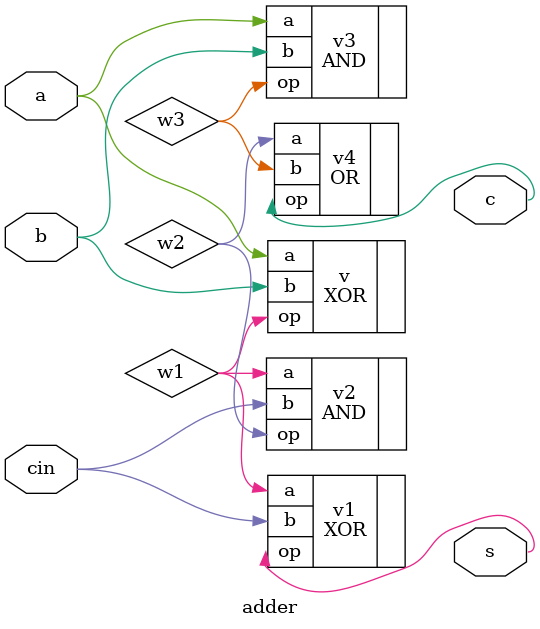
<source format=v>
`timescale 1ns / 1ps

module adder(
    input a,b,cin,
    
    output s,c
    );
    XOR v(.a(a), .b(b), .op(w1));
    XOR v1(.a(w1), .b(cin), .op(s));
    AND v2(.a(w1), .b(cin), .op(w2));
    AND v3(.a(a), .b(b), .op(w3));
    OR v4(.a(w2), .b(w3), .op(c));
    
endmodule
</source>
